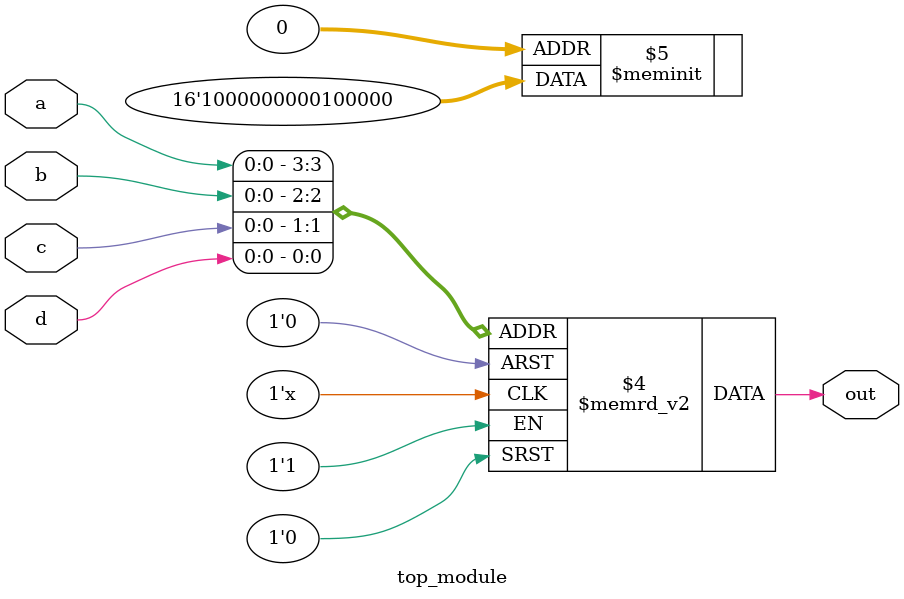
<source format=sv>
module top_module (
  input a, 
  input b,
  input c,
  input d,
  output reg out
);

  always @(*) begin
    case ({a,b,c,d})
      4'b0000: out = 1'b0;
      4'b0001: out = 1'b0;
      4'b0010: out = 1'b0;
      4'b0011: out = 1'b0;
      4'b0100: out = 1'b0;
      4'b0101: out = 1'b1;
      4'b0110: out = 1'b0;
      4'b0111: out = 1'b0;
      4'b1000: out = 1'b0;
      4'b1001: out = 1'b0;
      4'b1010: out = 1'b0;
      4'b1011: out = 1'b0;
      4'b1100: out = 1'b0;
      4'b1101: out = 1'b0;
      4'b1110: out = 1'b0;
      4'b1111: out = 1'b1;
    endcase
  end

endmodule

</source>
